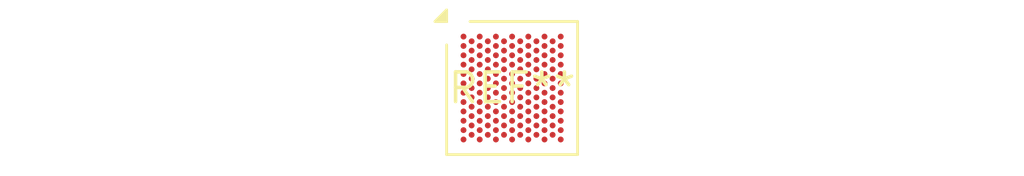
<source format=kicad_pcb>
(kicad_pcb (version 20240108) (generator pcbnew)
  (layers (0 "F.Cu" signal) (31 "B.Cu" signal) (34 "B.Paste" user) (35 "F.Paste" user) (36 "B.SilkS" user "B.Silkscreen") (37 "F.SilkS" user "F.Silkscreen") (38 "B.Mask" user) (39 "F.Mask" user) (44 "Edge.Cuts" user))
  (net 0 "")
  (footprint "ST_WLCSP-150_5.38x5.47mm_P0.4m_Stagger" (layer "F.Cu") (at 0 0)
    (property "Reference" "REF**")
    (property "Value" "ST_WLCSP-150_5.38x5.47mm_P0.4m_Stagger")
    (fp_line (start -2.8 2.845) (end -2.8 -1.845) (layer "F.SilkS") (stroke (width 0.12)))
    (fp_line (start -1.8 -2.845) (end 2.8 -2.845) (layer "F.SilkS") (stroke (width 0.12)))
    (fp_line (start 2.8 -2.845) (end 2.8 2.845) (layer "F.SilkS") (stroke (width 0.12)))
    (fp_line (start 2.8 2.845) (end -2.8 2.845) (layer "F.SilkS") (stroke (width 0.12)))
    (fp_poly (pts (xy -2.8 -2.845) (xy -3.3 -2.845) (xy -2.8 -3.345) (xy -2.8 -2.845)) (layer "F.SilkS") (stroke (width 0.12)) (fill solid))
    (pad "A1" smd circle (at -2.078461 -2.2) (size 0.25 0.25) (property pad_prop_bga) (layers "F.Cu" "F.Paste" "F.Mask"))
    (pad "A3" smd circle (at -1.385641 -2.2) (size 0.25 0.25) (property pad_prop_bga) (layers "F.Cu" "F.Paste" "F.Mask"))
    (pad "A5" smd circle (at -0.69282 -2.2) (size 0.25 0.25) (property pad_prop_bga) (layers "F.Cu" "F.Paste" "F.Mask"))
    (pad "A7" smd circle (at 0 -2.2) (size 0.25 0.25) (property pad_prop_bga) (layers "F.Cu" "F.Paste" "F.Mask"))
    (pad "A9" smd circle (at 0.69282 -2.2) (size 0.25 0.25) (property pad_prop_bga) (layers "F.Cu" "F.Paste" "F.Mask"))
    (pad "A11" smd circle (at 1.385641 -2.2) (size 0.25 0.25) (property pad_prop_bga) (layers "F.Cu" "F.Paste" "F.Mask"))
    (pad "A13" smd circle (at 2.078461 -2.2) (size 0.25 0.25) (property pad_prop_bga) (layers "F.Cu" "F.Paste" "F.Mask"))
    (pad "AA1" smd circle (at -2.078461 1.8) (size 0.25 0.25) (property pad_prop_bga) (layers "F.Cu" "F.Paste" "F.Mask"))
    (pad "AA3" smd circle (at -1.385641 1.8) (size 0.25 0.25) (property pad_prop_bga) (layers "F.Cu" "F.Paste" "F.Mask"))
    (pad "AA5" smd circle (at -0.69282 1.8) (size 0.25 0.25) (property pad_prop_bga) (layers "F.Cu" "F.Paste" "F.Mask"))
    (pad "AA7" smd circle (at 0 1.8) (size 0.25 0.25) (property pad_prop_bga) (layers "F.Cu" "F.Paste" "F.Mask"))
    (pad "AA9" smd circle (at 0.69282 1.8) (size 0.25 0.25) (property pad_prop_bga) (layers "F.Cu" "F.Paste" "F.Mask"))
    (pad "AA11" smd circle (at 1.385641 1.8) (size 0.25 0.25) (property pad_prop_bga) (layers "F.Cu" "F.Paste" "F.Mask"))
    (pad "AA13" smd circle (at 2.078461 1.8) (size 0.25 0.25) (property pad_prop_bga) (layers "F.Cu" "F.Paste" "F.Mask"))
    (pad "AB2" smd circle (at -1.732051 2) (size 0.25 0.25) (property pad_prop_bga) (layers "F.Cu" "F.Paste" "F.Mask"))
    (pad "AB4" smd circle (at -1.03923 2) (size 0.25 0.25) (property pad_prop_bga) (layers "F.Cu" "F.Paste" "F.Mask"))
    (pad "AB6" smd circle (at -0.34641 2) (size 0.25 0.25) (property pad_prop_bga) (layers "F.Cu" "F.Paste" "F.Mask"))
    (pad "AB8" smd circle (at 0.34641 2) (size 0.25 0.25) (property pad_prop_bga) (layers "F.Cu" "F.Paste" "F.Mask"))
    (pad "AB10" smd circle (at 1.03923 2) (size 0.25 0.25) (property pad_prop_bga) (layers "F.Cu" "F.Paste" "F.Mask"))
    (pad "AB12" smd circle (at 1.732051 2) (size 0.25 0.25) (property pad_prop_bga) (layers "F.Cu" "F.Paste" "F.Mask"))
    (pad "AC1" smd circle (at -2.078461 2.2) (size 0.25 0.25) (property pad_prop_bga) (layers "F.Cu" "F.Paste" "F.Mask"))
    (pad "AC3" smd circle (at -1.385641 2.2) (size 0.25 0.25) (property pad_prop_bga) (layers "F.Cu" "F.Paste" "F.Mask"))
    (pad "AC5" smd circle (at -0.69282 2.2) (size 0.25 0.25) (property pad_prop_bga) (layers "F.Cu" "F.Paste" "F.Mask"))
    (pad "AC7" smd circle (at 0 2.2) (size 0.25 0.25) (property pad_prop_bga) (layers "F.Cu" "F.Paste" "F.Mask"))
    (pad "AC9" smd circle (at 0.69282 2.2) (size 0.25 0.25) (property pad_prop_bga) (layers "F.Cu" "F.Paste" "F.Mask"))
    (pad "AC11" smd circle (at 1.385641 2.2) (size 0.25 0.25) (property pad_prop_bga) (layers "F.Cu" "F.Paste" "F.Mask"))
    (pad "AC13" smd circle (at 2.078461 2.2) (size 0.25 0.25) (property pad_prop_bga) (layers "F.Cu" "F.Paste" "F.Mask"))
    (pad "B2" smd circle (at -1.732051 -2) (size 0.25 0.25) (property pad_prop_bga) (layers "F.Cu" "F.Paste" "F.Mask"))
    (pad "B4" smd circle (at -1.03923 -2) (size 0.25 0.25) (property pad_prop_bga) (layers "F.Cu" "F.Paste" "F.Mask"))
    (pad "B6" smd circle (at -0.34641 -2) (size 0.25 0.25) (property pad_prop_bga) (layers "F.Cu" "F.Paste" "F.Mask"))
    (pad "B8" smd circle (at 0.34641 -2) (size 0.25 0.25) (property pad_prop_bga) (layers "F.Cu" "F.Paste" "F.Mask"))
    (pad "B10" smd circle (at 1.03923 -2) (size 0.25 0.25) (property pad_prop_bga) (layers "F.Cu" "F.Paste" "F.Mask"))
    (pad "B12" smd circle (at 1.732051 -2) (size 0.25 0.25) (property pad_prop_bga) (layers "F.Cu" "F.Paste" "F.Mask"))
    (pad "C1" smd circle (at -2.078461 -1.8) (size 0.25 0.25) (property pad_prop_bga) (layers "F.Cu" "F.Paste" "F.Mask"))
    (pad "C3" smd circle (at -1.385641 -1.8) (size 0.25 0.25) (property pad_prop_bga) (layers "F.Cu" "F.Paste" "F.Mask"))
    (pad "C5" smd circle (at -0.69282 -1.8) (size 0.25 0.25) (property pad_prop_bga) (layers "F.Cu" "F.Paste" "F.Mask"))
    (pad "C7" smd circle (at 0 -1.8) (size 0.25 0.25) (property pad_prop_bga) (layers "F.Cu" "F.Paste" "F.Mask"))
    (pad "C9" smd circle (at 0.69282 -1.8) (size 0.25 0.25) (property pad_prop_bga) (layers "F.Cu" "F.Paste" "F.Mask"))
    (pad "C11" smd circle (at 1.385641 -1.8) (size 0.25 0.25) (property pad_prop_bga) (layers "F.Cu" "F.Paste" "F.Mask"))
    (pad "C13" smd circle (at 2.078461 -1.8) (size 0.25 0.25) (property pad_prop_bga) (layers "F.Cu" "F.Paste" "F.Mask"))
    (pad "D2" smd circle (at -1.732051 -1.6) (size 0.25 0.25) (property pad_prop_bga) (layers "F.Cu" "F.Paste" "F.Mask"))
    (pad "D4" smd circle (at -1.03923 -1.6) (size 0.25 0.25) (property pad_prop_bga) (layers "F.Cu" "F.Paste" "F.Mask"))
    (pad "D6" smd circle (at -0.34641 -1.6) (size 0.25 0.25) (property pad_prop_bga) (layers "F.Cu" "F.Paste" "F.Mask"))
    (pad "D8" smd circle (at 0.34641 -1.6) (size 0.25 0.25) (property pad_prop_bga) (layers "F.Cu" "F.Paste" "F.Mask"))
    (pad "D10" smd circle (at 1.03923 -1.6) (size 0.25 0.25) (property pad_prop_bga) (layers "F.Cu" "F.Paste" "F.Mask"))
    (pad "D12" smd circle (at 1.732051 -1.6) (size 0.25 0.25) (property pad_prop_bga) (layers "F.Cu" "F.Paste" "F.Mask"))
    (pad "E1" smd circle (at -2.078461 -1.4) (size 0.25 0.25) (property pad_prop_bga) (layers "F.Cu" "F.Paste" "F.Mask"))
    (pad "E3" smd circle (at -1.385641 -1.4) (size 0.25 0.25) (property pad_prop_bga) (layers "F.Cu" "F.Paste" "F.Mask"))
    (pad "E5" smd circle (at -0.69282 -1.4) (size 0.25 0.25) (property pad_prop_bga) (layers "F.Cu" "F.Paste" "F.Mask"))
    (pad "E7" smd circle (at 0 -1.4) (size 0.25 0.25) (property pad_prop_bga) (layers "F.Cu" "F.Paste" "F.Mask"))
    (pad "E9" smd circle (at 0.69282 -1.4) (size 0.25 0.25) (property pad_prop_bga) (layers "F.Cu" "F.Paste" "F.Mask"))
    (pad "E11" smd circle (at 1.385641 -1.4) (size 0.25 0.25) (property pad_prop_bga) (layers "F.Cu" "F.Paste" "F.Mask"))
    (pad "E13" smd circle (at 2.078461 -1.4) (size 0.25 0.25) (property pad_prop_bga) (layers "F.Cu" "F.Paste" "F.Mask"))
    (pad "F2" smd circle (at -1.732051 -1.2) (size 0.25 0.25) (property pad_prop_bga) (layers "F.Cu" "F.Paste" "F.Mask"))
    (pad "F4" smd circle (at -1.03923 -1.2) (size 0.25 0.25) (property pad_prop_bga) (layers "F.Cu" "F.Paste" "F.Mask"))
    (pad "F6" smd circle (at -0.34641 -1.2) (size 0.25 0.25) (property pad_prop_bga) (layers "F.Cu" "F.Paste" "F.Mask"))
    (pad "F8" smd circle (at 0.34641 -1.2) (size 0.25 0.25) (property pad_prop_bga) (layers "F.Cu" "F.Paste" "F.Mask"))
    (pad "F10" smd circle (at 1.03923 -1.2) (size 0.25 0.25) (property pad_prop_bga) (layers "F.Cu" "F.Paste" "F.Mask"))
    (pad "F12" smd circle (at 1.732051 -1.2) (size 0.25 0.25) (property pad_prop_bga) (layers "F.Cu" "F.Paste" "F.Mask"))
    (pad "G1" smd circle (at -2.078461 -1) (size 0.25 0.25) (property pad_prop_bga) (layers "F.Cu" "F.Paste" "F.Mask"))
    (pad "G3" smd circle (at -1.385641 -1) (size 0.25 0.25) (property pad_prop_bga) (layers "F.Cu" "F.Paste" "F.Mask"))
    (pad "G5" smd circle (at -0.69282 -1) (size 0.25 0.25) (property pad_prop_bga) (layers "F.Cu" "F.Paste" "F.Mask"))
    (pad "G7" smd circle (at 0 -1) (size 0.25 0.25) (property pad_prop_bga) (layers "F.Cu" "F.Paste" "F.Mask"))
    (pad "G9" smd circle (at 0.69282 -1) (size 0.25 0.25) (property pad_prop_bga) (layers "F.Cu" "F.Paste" "F.Mask"))
    (pad "G11" smd circle (at 1.385641 -1) (size 0.25 0.25) (property pad_prop_bga) (layers "F.Cu" "F.Paste" "F.Mask"))
    (pad "G13" smd circle (at 2.078461 -1) (size 0.25 0.25) (property pad_prop_bga) (layers "F.Cu" "F.Paste" "F.Mask"))
    (pad "H2" smd circle (at -1.732051 -0.8) (size 0.25 0.25) (property pad_prop_bga) (layers "F.Cu" "F.Paste" "F.Mask"))
    (pad "H4" smd circle (at -1.03923 -0.8) (size 0.25 0.25) (property pad_prop_bga) (layers "F.Cu" "F.Paste" "F.Mask"))
    (pad "H6" smd circle (at -0.34641 -0.8) (size 0.25 0.25) (property pad_prop_bga) (layers "F.Cu" "F.Paste" "F.Mask"))
    (pad "H8" smd circle (at 0.34641 -0.8) (size 0.25 0.25) (property pad_prop_bga) (layers "F.Cu" "F.Paste" "F.Mask"))
    (pad "H10" smd circle (at 1.03923 -0.8) (size 0.25 0.25) (property pad_prop_bga) (layers "F.Cu" "F.Paste" "F.Mask"))
    (pad "H12" smd circle (at 1.732051 -0.8) (size 0.25 0.25) (property pad_prop_bga) (layers "F.Cu" "F.Paste" "F.Mask"))
    (pad "J1" smd circle (at -2.078461 -0.6) (size 0.25 0.25) (property pad_prop_bga) (layers "F.Cu" "F.Paste" "F.Mask"))
    (pad "J3" smd circle (at -1.385641 -0.6) (size 0.25 0.25) (property pad_prop_bga) (layers "F.Cu" "F.Paste" "F.Mask"))
    (pad "J5" smd circle (at -0.69282 -0.6) (size 0.25 0.25) (property pad_prop_bga) (layers "F.Cu" "F.Paste" "F.Mask"))
    (pad "J7" smd circle (at 0 -0.6) (size 0.25 0.25) (property pad_prop_bga) (layers "F.Cu" "F.Paste" "F.Mask"))
    (pad "J9" smd circle (at 0.69282 -0.6) (size 0.25 0.25) (property pad_prop_bga) (layers "F.Cu" "F.Paste" "F.Mask"))
    (pad "J11" smd circle (at 1.385641 -0.6) (size 0.25 0.25) (property pad_prop_bga) (layers "F.Cu" "F.Paste" "F.Mask"))
    (pad "J13" smd circle (at 2.078461 -0.6) (size 0.25 0.25) (property pad_prop_bga) (layers "F.Cu" "F.Paste" "F.Mask"))
    (pad "K2" smd circle (at -1.732051 -0.4) (size 0.25 0.25) (property pad_prop_bga) (layers "F.Cu" "F.Paste" "F.Mask"))
    (pad "K4" smd circle (at -1.03923 -0.4) (size 0.25 0.25) (property pad_prop_bga) (layers "F.Cu" "F.Paste" "F.Mask"))
    (pad "K6" smd circle (at -0.34641 -0.4) (size 0.25 0.25) (property pad_prop_bga) (layers "F.Cu" "F.Paste" "F.Mask"))
    (pad "K8" smd circle (at 0.34641 -0.4) (size 0.25 0.25) (property pad_prop_bga) (layers "F.Cu" "F.Paste" "F.Mask"))
    (pad "K10" smd circle (at 1.03923 -0.4) (size 0.25 0.25) (property pad_prop_bga) (layers "F.Cu" "F.Paste" "F.Mask"))
    (pad "K12" smd circle (at 1.732051 -0.4) (size 0.25 0.25) (property pad_prop_bga) (layers "F.Cu" "F.Paste" "F.Mask"))
    (pad "L1" smd circle (at -2.078461 -0.2) (size 0.25 0.25) (property pad_prop_bga) (layers "F.Cu" "F.Paste" "F.Mask"))
    (pad "L3" smd circle (at -1.385641 -0.2) (size 0.25 0.25) (property pad_prop_bga) (layers "F.Cu" "F.Paste" "F.Mask"))
    (pad "L5" smd circle (at -0.69282 -0.2) (size 0.25 0.25) (property pad_prop_bga) (layers "F.Cu" "F.Paste" "F.Mask"))
    (pad "L7" smd circle (at 0 -0.2) (size 0.25 0.25) (property pad_prop_bga) (layers "F.Cu" "F.Paste" "F.Mask"))
    (pad "L9" smd circle (at 0.69282 -0.2) (size 0.25 0.25) (property pad_prop_bga) (layers "F.Cu" "F.Paste" "F.Mask"))
    (pad "L11" smd circle (at 1.385641 -0.2) (size 0.25 0.25) (property pad_prop_bga) (layers "F.Cu" "F.Paste" "F.Mask"))
    (pad "L13" smd circle (at 2.078461 -0.2) (size 0.25 0.25) (property pad_prop_bga) (layers "F.Cu" "F.Paste" "F.Mask"))
    (pad "M2" smd circle (at -1.732051 0) (size 0.25 0.25) (property pad_prop_bga) (layers "F.Cu" "F.Paste" "F.Mask"))
    (pad "M4" smd circle (at -1.03923 0) (size 0.25 0.25) (property pad_prop_bga) (layers "F.Cu" "F.Paste" "F.Mask"))
    (pad "M6" smd circle (at -0.34641 0) (size 0.25 0.25) (property pad_prop_bga) (layers "F.Cu" "F.Paste" "F.Mask"))
    (pad "M8" smd circle (at 0.34641 0) (size 0.25 0.25) (property pad_prop_bga) (layers "F.Cu" "F.Paste" "F.Mask"))
    (pad "M10" smd circle (at 1.03923 0) (size 0.25 0.25) (property pad_prop_bga) (layers "F.Cu" "F.Paste" "F.Mask"))
    (pad "M12" smd circle (at 1.732051 0) (size 0.25 0.25) (property pad_prop_bga) (layers "F.Cu" "F.Paste" "F.Mask"))
    (pad "N1" smd circle (at -2.078461 0.2) (size 0.25 0.25) (property pad_prop_bga) (layers "F.Cu" "F.Paste" "F.Mask"))
    (pad "N3" smd circle (at -1.385641 0.2) (size 0.25 0.25) (property pad_prop_bga) (layers "F.Cu" "F.Paste" "F.Mask"))
    (pad "N5" smd circle (at -0.69282 0.2) (size 0.25 0.25) (property pad_prop_bga) (layers "F.Cu" "F.Paste" "F.Mask"))
    (pad "N7" smd circle (at 0 0.2) (size 0.25 0.25) (property pad_prop_bga) (layers "F.Cu" "F.Paste" "F.Mask"))
    (pad "N9" smd circle (at 0.69282 0.2) (size 0.25 0.25) (property pad_prop_bga) (layers "F.Cu" "F.Paste" "F.Mask"))
    (pad "N11" smd circle (at 1.385641 0.2) (size 0.25 0.25) (property pad_prop_bga) (layers "F.Cu" "F.Paste" "F.Mask"))
    (pad "N13" smd circle (at 2.078461 0.2) (size 0.25 0.25) (property pad_prop_bga) (layers "F.Cu" "F.Paste" "F.Mask"))
    (pad "P2" smd circle (at -1.732051 0.4) (size 0.25 0.25) (property pad_prop_bga) (layers "F.Cu" "F.Paste" "F.Mask"))
    (pad "P4" smd circle (at -1.03923 0.4) (size 0.25 0.25) (property pad_prop_bga) (layers "F.Cu" "F.Paste" "F.Mask"))
    (pad "P6" smd circle (at -0.34641 0.4) (size 0.25 0.25) (property pad_prop_bga) (layers "F.Cu" "F.Paste" "F.Mask"))
    (pad "P8" smd circle (at 0.34641 0.4) (size 0.25 0.25) (property pad_prop_bga) (layers "F.Cu" "F.Paste" "F.Mask"))
    (pad "P10" smd circle (at 1.03923 0.4) (size 0.25 0.25) (property pad_prop_bga) (layers "F.Cu" "F.Paste" "F.Mask"))
    (pad "P12" smd circle (at 1.732051 0.4) (size 0.25 0.25) (property pad_prop_bga) (layers "F.Cu" "F.Paste" "F.Mask"))
    (pad "R1" smd circle (at -2.078461 0.6) (size 0.25 0.25) (property pad_prop_bga) (layers "F.Cu" "F.Paste" "F.Mask"))
    (pad "R3" smd circle (at -1.385641 0.6) (size 0.25 0.25) (property pad_prop_bga) (layers "F.Cu" "F.Paste" "F.Mask"))
    (pad "R5" smd circle (at -0.69282 0.6) (size 0.25 0.25) (property pad_prop_bga) (layers "F.Cu" "F.Paste" "F.Mask"))
    (pad "R7" smd circle (at 0 0.6) (size 0.25 0.25) (property pad_prop_bga) (layers "F.Cu" "F.Paste" "F.Mask"))
    (pad "R9" smd circle (at 0.69282 0.6) (size 0.25 0.25) (property pad_prop_bga) (layers "F.Cu" "F.Paste" "F.Mask"))
    (pad "R11" smd circle (at 1.385641 0.6) (size 0.25 0.25) (property pad_prop_bga) (layers "F.Cu" "F.Paste" "F.Mask"))
    (pad "R13" smd circle (at 2.078461 0.6) (size 0.25 0.25) (property pad_prop_bga) (layers "F.Cu" "F.Paste" "F.Mask"))
    (pad "T2" smd circle (at -1.732051 0.8) (size 0.25 0.25) (property pad_prop_bga) (layers "F.Cu" "F.Paste" "F.Mask"))
    (pad "T4" smd circle (at -1.03923 0.8) (size 0.25 0.25) (property pad_prop_bga) (layers "F.Cu" "F.Paste" "F.Mask"))
    (pad "T6" smd circle (at -0.34641 0.8) (size 0.25 0.25) (property pad_prop_bga) (layers "F.Cu" "F.Paste" "F.Mask"))
    (pad "T8" smd circle (at 0.34641 0.8) (size 0.25 0.25) (property pad_prop_bga) (layers "F.Cu" "F.Paste" "F.Mask"))
    (pad "T10" smd circle (at 1.03923 0.8) (size 0.25 0.25) (property pad_prop_bga) (layers "F.Cu" "F.Paste" "F.Mask"))
    (pad "T12" smd circle (at 1.732051 0.8) (size 0.25 0.25) (property pad_prop_bga) (layers "F.Cu" "F.Paste" "F.Mask"))
    (pad "U1" smd circle (at -2.078461 1) (size 0.25 0.25) (property pad_prop_bga) (layers "F.Cu" "F.Paste" "F.Mask"))
    (pad "U3" smd circle (at -1.385641 1) (size 0.25 0.25) (property pad_prop_bga) (layers "F.Cu" "F.Paste" "F.Mask"))
    (pad "U5" smd circle (at -0.69282 1) (size 0.25 0.25) (property pad_prop_bga) (layers "F.Cu" "F.Paste" "F.Mask"))
    (pad "U7" smd circle (at 0 1) (size 0.25 0.25) (property pad_prop_bga) (layers "F.Cu" "F.Paste" "F.Mask"))
    (pad "U9" smd circle (at 0.69282 1) (size 0.25 0.25) (property pad_prop_bga) (layers "F.Cu" "F.Paste" "F.Mask"))
    (pad "U11" smd circle (at 1.385641 1) (size 0.25 0.25) (property pad_prop_bga) (layers "F.Cu" "F.Paste" "F.Mask"))
    (pad "U13" smd circle (at 2.078461 1) (size 0.25 0.25) (property pad_prop_bga) (layers "F.Cu" "F.Paste" "F.Mask"))
    (pad "V2" smd circle (at -1.732051 1.2) (size 0.25 0.25) (property pad_prop_bga) (layers "F.Cu" "F.Paste" "F.Mask"))
    (pad "V4" smd circle (at -1.03923 1.2) (size 0.25 0.25) (property pad_prop_bga) (layers "F.Cu" "F.Paste" "F.Mask"))
    (pad "V6" smd circle (at -0.34641 1.2) (size 0.25 0.25) (property pad_prop_bga) (layers "F.Cu" "F.Paste" "F.Mask"))
    (pad "V8" smd circle (at 0.34641 1.2) (size 0.25 0.25) (property pad_prop_bga) (layers "F.Cu" "F.Paste" "F.Mask"))
    (pad "V10" smd circle (at 1.03923 1.2) (size 0.25 0.25) (property pad_prop_bga) (layers "F.Cu" "F.Paste" "F.Mask"))
    (pad "V12" smd circle (at 1.732051 1.2) (size 0.25 0.25) (property pad_prop_bga) (layers "F.Cu" "F.Paste" "F.Mask"))
    (pad "W1" smd circle (at -2.078461 1.4) (size 0.25 0.25) (property pad_prop_bga) (layers "F.Cu" "F.Paste" "F.Mask"))
    (pad "W3" smd circle (at -1.385641 1.4) (size 0.25 0.25) (property pad_prop_bga) (layers "F.Cu" "F.Paste" "F.Mask"))
    (pad "W5" smd circle (at -0.69282 1.4) (size 0.25 0.25) (property pad_prop_bga) (layers "F.Cu" "F.Paste" "F.Mask"))
    (pad "W7" smd circle (at 0 1.4) (size 0.25 0.25) (property pad_prop_bga) (layers "F.Cu" "F.Paste" "F.Mask"))
    (pad "W9" smd circle (at 0.69282 1.4) (size 0.25 0.25) (property pad_prop_bga) (layers "F.Cu" "F.Paste" "F.Mask"))
    (pad "W11" smd circle (at 1.385641 1.4) (size 0.25 0.25) (property pad_prop_bga) (layers "F.Cu" "F.Paste" "F.Mask"))
    (pad "W13" smd circle (at 2.078461 1.4) (size 0.25 0.25) (property pad_prop_bga) (layers "F.Cu" "F.Paste" "F.Mask"))
    (pad "Y2" smd circle (at -1.732051 1.6) (size 0.25 0.25) (property pad_prop_bga) (layers "F.Cu" "F.Paste" "F.Mask"))
    (pad "Y4" smd circle (at -1.03923 1.6) (size 0.25 0.25) (property pad_prop_bga) (layers "F.Cu" "F.Paste" "F.Mask"))
    (pad "Y6" smd circle (at -0.34641 1.6) (size 0.25 0.25) (property pad_prop_bga) (layers "F.Cu" "F.Paste" "F.Mask"))
    (pad "Y8" smd circle (at 0.34641 1.6) (size 0.25 0.25) (property pad_prop_bga) (layers "F.Cu" "F.Paste" "F.Mask"))
    (pad "Y10" smd circle (at 1.03923 1.6) (size 0.25 0.25) (property pad_prop_bga) (layers "F.Cu" "F.Paste" "F.Mask"))
    (pad "Y12" smd circle (at 1.732051 1.6) (size 0.25 0.25) (property pad_prop_bga) (layers "F.Cu" "F.Paste" "F.Mask"))
  )
)
</source>
